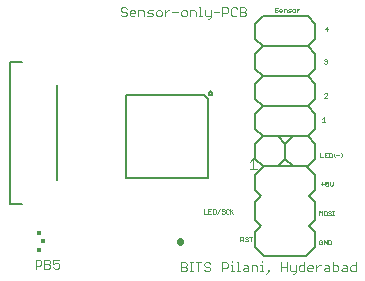
<source format=gto>
G75*
%MOIN*%
%OFA0B0*%
%FSLAX25Y25*%
%IPPOS*%
%LPD*%
%AMOC8*
5,1,8,0,0,1.08239X$1,22.5*
%
%ADD10C,0.00300*%
%ADD11C,0.00100*%
%ADD12C,0.02200*%
%ADD13R,0.01673X0.01280*%
%ADD14R,0.01378X0.01378*%
%ADD15C,0.00500*%
%ADD16C,0.00600*%
%ADD17C,0.00800*%
D10*
X0068229Y0007750D02*
X0068229Y0010652D01*
X0069680Y0010652D01*
X0070164Y0010169D01*
X0070164Y0009201D01*
X0069680Y0008717D01*
X0068229Y0008717D01*
X0071175Y0009201D02*
X0072626Y0009201D01*
X0073110Y0008717D01*
X0073110Y0008234D01*
X0072626Y0007750D01*
X0071175Y0007750D01*
X0071175Y0010652D01*
X0072626Y0010652D01*
X0073110Y0010169D01*
X0073110Y0009685D01*
X0072626Y0009201D01*
X0074122Y0009201D02*
X0074122Y0010652D01*
X0076057Y0010652D01*
X0075573Y0009685D02*
X0076057Y0009201D01*
X0076057Y0008234D01*
X0075573Y0007750D01*
X0074606Y0007750D01*
X0074122Y0008234D01*
X0074122Y0009201D02*
X0075089Y0009685D01*
X0075573Y0009685D01*
X0116629Y0009852D02*
X0116629Y0006950D01*
X0118080Y0006950D01*
X0118564Y0007434D01*
X0118564Y0007917D01*
X0118080Y0008401D01*
X0116629Y0008401D01*
X0118080Y0008401D02*
X0118564Y0008885D01*
X0118564Y0009369D01*
X0118080Y0009852D01*
X0116629Y0009852D01*
X0119575Y0009852D02*
X0120543Y0009852D01*
X0120059Y0009852D02*
X0120059Y0006950D01*
X0119575Y0006950D02*
X0120543Y0006950D01*
X0122507Y0006950D02*
X0122507Y0009852D01*
X0121540Y0009852D02*
X0123475Y0009852D01*
X0124486Y0009369D02*
X0124486Y0008885D01*
X0124970Y0008401D01*
X0125937Y0008401D01*
X0126421Y0007917D01*
X0126421Y0007434D01*
X0125937Y0006950D01*
X0124970Y0006950D01*
X0124486Y0007434D01*
X0124486Y0009369D02*
X0124970Y0009852D01*
X0125937Y0009852D01*
X0126421Y0009369D01*
X0130379Y0009852D02*
X0130379Y0006950D01*
X0130379Y0007917D02*
X0131830Y0007917D01*
X0132314Y0008401D01*
X0132314Y0009369D01*
X0131830Y0009852D01*
X0130379Y0009852D01*
X0133326Y0008885D02*
X0133809Y0008885D01*
X0133809Y0006950D01*
X0133326Y0006950D02*
X0134293Y0006950D01*
X0135290Y0006950D02*
X0136258Y0006950D01*
X0135774Y0006950D02*
X0135774Y0009852D01*
X0135290Y0009852D01*
X0133809Y0009852D02*
X0133809Y0010336D01*
X0137738Y0008885D02*
X0138706Y0008885D01*
X0139189Y0008401D01*
X0139189Y0006950D01*
X0137738Y0006950D01*
X0137254Y0007434D01*
X0137738Y0007917D01*
X0139189Y0007917D01*
X0140201Y0006950D02*
X0140201Y0008885D01*
X0141652Y0008885D01*
X0142136Y0008401D01*
X0142136Y0006950D01*
X0143147Y0006950D02*
X0144115Y0006950D01*
X0143631Y0006950D02*
X0143631Y0008885D01*
X0143147Y0008885D01*
X0143631Y0009852D02*
X0143631Y0010336D01*
X0145595Y0007434D02*
X0145595Y0006950D01*
X0146079Y0006950D01*
X0146079Y0007434D01*
X0145595Y0007434D01*
X0146079Y0006950D02*
X0145112Y0005983D01*
X0150023Y0006950D02*
X0150023Y0009852D01*
X0150023Y0008401D02*
X0151958Y0008401D01*
X0152969Y0008885D02*
X0152969Y0007434D01*
X0153453Y0006950D01*
X0154904Y0006950D01*
X0154904Y0006466D02*
X0154420Y0005983D01*
X0153937Y0005983D01*
X0154904Y0006466D02*
X0154904Y0008885D01*
X0155916Y0008401D02*
X0156399Y0008885D01*
X0157851Y0008885D01*
X0157851Y0009852D02*
X0157851Y0006950D01*
X0156399Y0006950D01*
X0155916Y0007434D01*
X0155916Y0008401D01*
X0158862Y0008401D02*
X0158862Y0007434D01*
X0159346Y0006950D01*
X0160313Y0006950D01*
X0160797Y0007917D02*
X0158862Y0007917D01*
X0158862Y0008401D02*
X0159346Y0008885D01*
X0160313Y0008885D01*
X0160797Y0008401D01*
X0160797Y0007917D01*
X0161809Y0007917D02*
X0162776Y0008885D01*
X0163260Y0008885D01*
X0161809Y0008885D02*
X0161809Y0006950D01*
X0164264Y0007434D02*
X0164748Y0007917D01*
X0166199Y0007917D01*
X0166199Y0008401D02*
X0166199Y0006950D01*
X0164748Y0006950D01*
X0164264Y0007434D01*
X0164748Y0008885D02*
X0165715Y0008885D01*
X0166199Y0008401D01*
X0167211Y0008885D02*
X0168662Y0008885D01*
X0169146Y0008401D01*
X0169146Y0007434D01*
X0168662Y0006950D01*
X0167211Y0006950D01*
X0167211Y0009852D01*
X0170641Y0008885D02*
X0171608Y0008885D01*
X0172092Y0008401D01*
X0172092Y0006950D01*
X0170641Y0006950D01*
X0170157Y0007434D01*
X0170641Y0007917D01*
X0172092Y0007917D01*
X0173104Y0007434D02*
X0173104Y0008401D01*
X0173587Y0008885D01*
X0175039Y0008885D01*
X0175039Y0009852D02*
X0175039Y0006950D01*
X0173587Y0006950D01*
X0173104Y0007434D01*
X0151958Y0006950D02*
X0151958Y0009852D01*
X0142098Y0040950D02*
X0139629Y0040950D01*
X0140863Y0040950D02*
X0140863Y0044653D01*
X0139629Y0043419D01*
X0126072Y0090983D02*
X0125588Y0090983D01*
X0126072Y0090983D02*
X0126556Y0091466D01*
X0126556Y0093885D01*
X0127567Y0093401D02*
X0129502Y0093401D01*
X0130514Y0092917D02*
X0131965Y0092917D01*
X0132449Y0093401D01*
X0132449Y0094369D01*
X0131965Y0094852D01*
X0130514Y0094852D01*
X0130514Y0091950D01*
X0133460Y0092434D02*
X0133460Y0094369D01*
X0133944Y0094852D01*
X0134911Y0094852D01*
X0135395Y0094369D01*
X0136407Y0094852D02*
X0137858Y0094852D01*
X0138342Y0094369D01*
X0138342Y0093885D01*
X0137858Y0093401D01*
X0136407Y0093401D01*
X0135395Y0092434D02*
X0134911Y0091950D01*
X0133944Y0091950D01*
X0133460Y0092434D01*
X0136407Y0091950D02*
X0137858Y0091950D01*
X0138342Y0092434D01*
X0138342Y0092917D01*
X0137858Y0093401D01*
X0136407Y0091950D02*
X0136407Y0094852D01*
X0126556Y0091950D02*
X0125104Y0091950D01*
X0124621Y0092434D01*
X0124621Y0093885D01*
X0123140Y0094852D02*
X0122656Y0094852D01*
X0123140Y0094852D02*
X0123140Y0091950D01*
X0122656Y0091950D02*
X0123624Y0091950D01*
X0121645Y0091950D02*
X0121645Y0093401D01*
X0121161Y0093885D01*
X0119710Y0093885D01*
X0119710Y0091950D01*
X0118698Y0092434D02*
X0118698Y0093401D01*
X0118215Y0093885D01*
X0117247Y0093885D01*
X0116763Y0093401D01*
X0116763Y0092434D01*
X0117247Y0091950D01*
X0118215Y0091950D01*
X0118698Y0092434D01*
X0115752Y0093401D02*
X0113817Y0093401D01*
X0112813Y0093885D02*
X0112329Y0093885D01*
X0111361Y0092917D01*
X0111361Y0091950D02*
X0111361Y0093885D01*
X0110350Y0093401D02*
X0109866Y0093885D01*
X0108899Y0093885D01*
X0108415Y0093401D01*
X0108415Y0092434D01*
X0108899Y0091950D01*
X0109866Y0091950D01*
X0110350Y0092434D01*
X0110350Y0093401D01*
X0107403Y0093885D02*
X0105952Y0093885D01*
X0105468Y0093401D01*
X0105952Y0092917D01*
X0106920Y0092917D01*
X0107403Y0092434D01*
X0106920Y0091950D01*
X0105468Y0091950D01*
X0104457Y0091950D02*
X0104457Y0093401D01*
X0103973Y0093885D01*
X0102522Y0093885D01*
X0102522Y0091950D01*
X0101510Y0092917D02*
X0099575Y0092917D01*
X0099575Y0092434D02*
X0099575Y0093401D01*
X0100059Y0093885D01*
X0101026Y0093885D01*
X0101510Y0093401D01*
X0101510Y0092917D01*
X0101026Y0091950D02*
X0100059Y0091950D01*
X0099575Y0092434D01*
X0098564Y0092434D02*
X0098080Y0091950D01*
X0097112Y0091950D01*
X0096629Y0092434D01*
X0097112Y0093401D02*
X0096629Y0093885D01*
X0096629Y0094369D01*
X0097112Y0094852D01*
X0098080Y0094852D01*
X0098564Y0094369D01*
X0098080Y0093401D02*
X0098564Y0092917D01*
X0098564Y0092434D01*
X0098080Y0093401D02*
X0097112Y0093401D01*
D11*
X0147929Y0093500D02*
X0148179Y0093250D01*
X0148679Y0093250D01*
X0148930Y0093500D01*
X0148930Y0093750D01*
X0148679Y0094001D01*
X0148179Y0094001D01*
X0147929Y0094251D01*
X0147929Y0094501D01*
X0148179Y0094751D01*
X0148679Y0094751D01*
X0148930Y0094501D01*
X0149402Y0094001D02*
X0149652Y0094251D01*
X0150153Y0094251D01*
X0150403Y0094001D01*
X0150403Y0093750D01*
X0149402Y0093750D01*
X0149402Y0093500D02*
X0149402Y0094001D01*
X0149402Y0093500D02*
X0149652Y0093250D01*
X0150153Y0093250D01*
X0150875Y0093250D02*
X0150875Y0094251D01*
X0151626Y0094251D01*
X0151876Y0094001D01*
X0151876Y0093250D01*
X0152348Y0093250D02*
X0153099Y0093250D01*
X0153349Y0093500D01*
X0153099Y0093750D01*
X0152599Y0093750D01*
X0152348Y0094001D01*
X0152599Y0094251D01*
X0153349Y0094251D01*
X0153822Y0094001D02*
X0153822Y0093500D01*
X0154072Y0093250D01*
X0154572Y0093250D01*
X0154823Y0093500D01*
X0154823Y0094001D01*
X0154572Y0094251D01*
X0154072Y0094251D01*
X0153822Y0094001D01*
X0155295Y0094251D02*
X0155295Y0093250D01*
X0155295Y0093750D02*
X0155795Y0094251D01*
X0156046Y0094251D01*
X0164729Y0087601D02*
X0165730Y0087601D01*
X0165479Y0088351D02*
X0164729Y0087601D01*
X0165479Y0088351D02*
X0165479Y0086850D01*
X0165079Y0077551D02*
X0164579Y0077551D01*
X0164329Y0077301D01*
X0164829Y0076801D02*
X0165079Y0076801D01*
X0165330Y0076550D01*
X0165330Y0076300D01*
X0165079Y0076050D01*
X0164579Y0076050D01*
X0164329Y0076300D01*
X0165079Y0076801D02*
X0165330Y0077051D01*
X0165330Y0077301D01*
X0165079Y0077551D01*
X0165279Y0066151D02*
X0164779Y0066151D01*
X0164529Y0065901D01*
X0165279Y0066151D02*
X0165530Y0065901D01*
X0165530Y0065651D01*
X0164529Y0064650D01*
X0165530Y0064650D01*
X0164229Y0058151D02*
X0164229Y0056650D01*
X0163729Y0056650D02*
X0164730Y0056650D01*
X0163729Y0057651D02*
X0164229Y0058151D01*
X0164602Y0046351D02*
X0164602Y0044850D01*
X0165603Y0044850D01*
X0166075Y0044850D02*
X0166826Y0044850D01*
X0167076Y0045100D01*
X0167076Y0046101D01*
X0166826Y0046351D01*
X0166075Y0046351D01*
X0166075Y0044850D01*
X0165102Y0045601D02*
X0164602Y0045601D01*
X0164602Y0046351D02*
X0165603Y0046351D01*
X0167548Y0045851D02*
X0168049Y0046351D01*
X0167548Y0045851D02*
X0167548Y0045350D01*
X0168049Y0044850D01*
X0168531Y0045601D02*
X0169532Y0045601D01*
X0170004Y0046351D02*
X0170504Y0045851D01*
X0170504Y0045350D01*
X0170004Y0044850D01*
X0164130Y0044850D02*
X0163129Y0044850D01*
X0163129Y0046351D01*
X0164802Y0036751D02*
X0164802Y0036001D01*
X0165302Y0036251D01*
X0165553Y0036251D01*
X0165803Y0036001D01*
X0165803Y0035500D01*
X0165553Y0035250D01*
X0165052Y0035250D01*
X0164802Y0035500D01*
X0164330Y0036001D02*
X0163329Y0036001D01*
X0163829Y0036501D02*
X0163829Y0035500D01*
X0164802Y0036751D02*
X0165803Y0036751D01*
X0166275Y0036751D02*
X0166275Y0035750D01*
X0166776Y0035250D01*
X0167276Y0035750D01*
X0167276Y0036751D01*
X0167399Y0026951D02*
X0167399Y0025450D01*
X0167649Y0025450D02*
X0167148Y0025450D01*
X0166676Y0025700D02*
X0166426Y0025450D01*
X0165925Y0025450D01*
X0165675Y0025700D01*
X0165203Y0025700D02*
X0165203Y0026701D01*
X0164953Y0026951D01*
X0164452Y0026951D01*
X0164202Y0026701D01*
X0164202Y0025700D01*
X0164452Y0025450D01*
X0164953Y0025450D01*
X0165203Y0025700D01*
X0165925Y0026201D02*
X0166426Y0026201D01*
X0166676Y0025950D01*
X0166676Y0025700D01*
X0165925Y0026201D02*
X0165675Y0026451D01*
X0165675Y0026701D01*
X0165925Y0026951D01*
X0166426Y0026951D01*
X0166676Y0026701D01*
X0167148Y0026951D02*
X0167649Y0026951D01*
X0163730Y0026951D02*
X0163730Y0025450D01*
X0162729Y0025450D02*
X0162729Y0026951D01*
X0163229Y0026451D01*
X0163730Y0026951D01*
X0163479Y0017351D02*
X0162979Y0017351D01*
X0162729Y0017101D01*
X0162729Y0016100D01*
X0162979Y0015850D01*
X0163479Y0015850D01*
X0163730Y0016100D01*
X0163730Y0016601D01*
X0163229Y0016601D01*
X0163730Y0017101D02*
X0163479Y0017351D01*
X0164202Y0017351D02*
X0165203Y0015850D01*
X0165203Y0017351D01*
X0165675Y0017351D02*
X0166426Y0017351D01*
X0166676Y0017101D01*
X0166676Y0016100D01*
X0166426Y0015850D01*
X0165675Y0015850D01*
X0165675Y0017351D01*
X0164202Y0017351D02*
X0164202Y0015850D01*
X0140476Y0018351D02*
X0139475Y0018351D01*
X0139976Y0018351D02*
X0139976Y0016850D01*
X0139003Y0017100D02*
X0138753Y0016850D01*
X0138252Y0016850D01*
X0138002Y0017100D01*
X0137530Y0016850D02*
X0137029Y0017350D01*
X0137279Y0017350D02*
X0136529Y0017350D01*
X0136529Y0016850D02*
X0136529Y0018351D01*
X0137279Y0018351D01*
X0137530Y0018101D01*
X0137530Y0017601D01*
X0137279Y0017350D01*
X0138002Y0017851D02*
X0138252Y0017601D01*
X0138753Y0017601D01*
X0139003Y0017350D01*
X0139003Y0017100D01*
X0139003Y0018101D02*
X0138753Y0018351D01*
X0138252Y0018351D01*
X0138002Y0018101D01*
X0138002Y0017851D01*
X0134169Y0026050D02*
X0133418Y0026801D01*
X0133168Y0026550D02*
X0134169Y0027551D01*
X0133168Y0027551D02*
X0133168Y0026050D01*
X0132696Y0026300D02*
X0132446Y0026050D01*
X0131945Y0026050D01*
X0131695Y0026300D01*
X0131695Y0027301D01*
X0131945Y0027551D01*
X0132446Y0027551D01*
X0132696Y0027301D01*
X0131223Y0027301D02*
X0130972Y0027551D01*
X0130472Y0027551D01*
X0130222Y0027301D01*
X0130222Y0027051D01*
X0130472Y0026801D01*
X0130972Y0026801D01*
X0131223Y0026550D01*
X0131223Y0026300D01*
X0130972Y0026050D01*
X0130472Y0026050D01*
X0130222Y0026300D01*
X0129749Y0027551D02*
X0128748Y0026050D01*
X0128276Y0026300D02*
X0128276Y0027301D01*
X0128026Y0027551D01*
X0127275Y0027551D01*
X0127275Y0026050D01*
X0128026Y0026050D01*
X0128276Y0026300D01*
X0126803Y0026050D02*
X0125802Y0026050D01*
X0125802Y0027551D01*
X0126803Y0027551D01*
X0126302Y0026801D02*
X0125802Y0026801D01*
X0125330Y0026050D02*
X0124329Y0026050D01*
X0124329Y0027551D01*
D12*
X0116479Y0016920D02*
X0116479Y0016680D01*
D13*
X0069264Y0014093D03*
X0069264Y0019507D03*
D14*
X0070790Y0016800D03*
D15*
X0141479Y0014800D02*
X0141479Y0019800D01*
X0143479Y0021800D01*
X0141479Y0023800D01*
X0141479Y0029800D01*
X0143479Y0031800D01*
X0141479Y0033800D01*
X0141479Y0038800D01*
X0144479Y0041800D01*
X0158479Y0041800D01*
X0161479Y0038800D01*
X0161479Y0033800D01*
X0159479Y0031800D01*
X0161479Y0029800D01*
X0161479Y0023800D01*
X0159479Y0021800D01*
X0161479Y0019800D01*
X0161479Y0014800D01*
X0158479Y0011800D01*
X0144479Y0011800D01*
X0141479Y0014800D01*
D16*
X0143979Y0041800D02*
X0148979Y0041800D01*
X0151479Y0044300D01*
X0151479Y0049300D01*
X0148979Y0051800D01*
X0143979Y0051800D01*
X0141479Y0049300D01*
X0141479Y0044300D01*
X0143979Y0041800D01*
X0151479Y0044300D02*
X0153979Y0041800D01*
X0158979Y0041800D01*
X0161479Y0044300D01*
X0161479Y0049300D01*
X0158979Y0051800D01*
X0153979Y0051800D01*
X0151479Y0049300D01*
X0151479Y0044300D01*
X0158979Y0051800D02*
X0143979Y0051800D01*
X0141479Y0054300D01*
X0141479Y0059300D01*
X0143979Y0061800D01*
X0158979Y0061800D01*
X0161479Y0064300D01*
X0161479Y0069300D01*
X0158979Y0071800D01*
X0143979Y0071800D01*
X0141479Y0074300D01*
X0141479Y0079300D01*
X0143979Y0081800D01*
X0141479Y0084300D01*
X0141479Y0089300D01*
X0143979Y0091800D01*
X0158979Y0091800D01*
X0161479Y0089300D01*
X0161479Y0084300D01*
X0158979Y0081800D01*
X0143979Y0081800D01*
X0158979Y0081800D02*
X0161479Y0079300D01*
X0161479Y0074300D01*
X0158979Y0071800D01*
X0143979Y0071800D02*
X0141479Y0069300D01*
X0141479Y0064300D01*
X0143979Y0061800D01*
X0158979Y0061800D02*
X0161479Y0059300D01*
X0161479Y0054300D01*
X0158979Y0051800D01*
D17*
X0063605Y0029398D02*
X0059668Y0029398D01*
X0059668Y0076643D01*
X0063605Y0076643D01*
X0075416Y0068769D02*
X0075416Y0037272D01*
X0098230Y0038001D02*
X0098230Y0065599D01*
X0124431Y0065599D01*
X0125828Y0064202D01*
X0125828Y0038001D01*
X0098230Y0038001D01*
X0125929Y0066200D02*
X0125931Y0066249D01*
X0125937Y0066297D01*
X0125947Y0066345D01*
X0125961Y0066392D01*
X0125978Y0066438D01*
X0125999Y0066482D01*
X0126024Y0066524D01*
X0126052Y0066564D01*
X0126084Y0066602D01*
X0126118Y0066637D01*
X0126155Y0066669D01*
X0126194Y0066698D01*
X0126236Y0066724D01*
X0126280Y0066746D01*
X0126325Y0066764D01*
X0126372Y0066779D01*
X0126419Y0066790D01*
X0126468Y0066797D01*
X0126517Y0066800D01*
X0126566Y0066799D01*
X0126614Y0066794D01*
X0126663Y0066785D01*
X0126710Y0066772D01*
X0126756Y0066755D01*
X0126800Y0066735D01*
X0126843Y0066711D01*
X0126884Y0066684D01*
X0126922Y0066653D01*
X0126958Y0066620D01*
X0126990Y0066584D01*
X0127020Y0066545D01*
X0127047Y0066504D01*
X0127070Y0066460D01*
X0127089Y0066415D01*
X0127105Y0066369D01*
X0127117Y0066322D01*
X0127125Y0066273D01*
X0127129Y0066224D01*
X0127129Y0066176D01*
X0127125Y0066127D01*
X0127117Y0066078D01*
X0127105Y0066031D01*
X0127089Y0065985D01*
X0127070Y0065940D01*
X0127047Y0065896D01*
X0127020Y0065855D01*
X0126990Y0065816D01*
X0126958Y0065780D01*
X0126922Y0065747D01*
X0126884Y0065716D01*
X0126843Y0065689D01*
X0126800Y0065665D01*
X0126756Y0065645D01*
X0126710Y0065628D01*
X0126663Y0065615D01*
X0126614Y0065606D01*
X0126566Y0065601D01*
X0126517Y0065600D01*
X0126468Y0065603D01*
X0126419Y0065610D01*
X0126372Y0065621D01*
X0126325Y0065636D01*
X0126280Y0065654D01*
X0126236Y0065676D01*
X0126194Y0065702D01*
X0126155Y0065731D01*
X0126118Y0065763D01*
X0126084Y0065798D01*
X0126052Y0065836D01*
X0126024Y0065876D01*
X0125999Y0065918D01*
X0125978Y0065962D01*
X0125961Y0066008D01*
X0125947Y0066055D01*
X0125937Y0066103D01*
X0125931Y0066151D01*
X0125929Y0066200D01*
M02*

</source>
